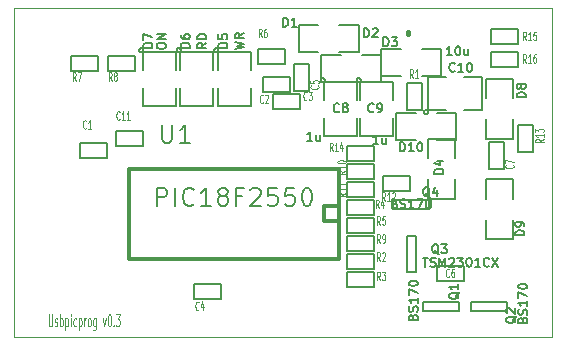
<source format=gto>
G04 (created by PCBNEW-RS274X (20100308 SVN-R2437)-RC5) date Tue 09 Mar 2010 02:31:33 PM CET*
G01*
G70*
G90*
%MOIN*%
G04 Gerber Fmt 3.4, Leading zero omitted, Abs format*
%FSLAX34Y34*%
G04 APERTURE LIST*
%ADD10C,0.006000*%
%ADD11C,0.001000*%
%ADD12C,0.003300*%
%ADD13C,0.015000*%
%ADD14C,0.005000*%
%ADD15C,0.012000*%
%ADD16C,0.003000*%
G04 APERTURE END LIST*
G54D10*
G54D11*
X16650Y-21650D02*
X34600Y-21650D01*
X16650Y-32600D02*
X16650Y-21650D01*
X34600Y-32600D02*
X16650Y-32600D01*
X34600Y-21650D02*
X34600Y-32600D01*
G54D12*
X17825Y-31862D02*
X17825Y-32186D01*
X17834Y-32224D01*
X17844Y-32243D01*
X17863Y-32262D01*
X17901Y-32262D01*
X17920Y-32243D01*
X17929Y-32224D01*
X17939Y-32186D01*
X17939Y-31862D01*
X18025Y-32243D02*
X18044Y-32262D01*
X18082Y-32262D01*
X18101Y-32243D01*
X18111Y-32205D01*
X18111Y-32186D01*
X18101Y-32148D01*
X18082Y-32129D01*
X18054Y-32129D01*
X18035Y-32110D01*
X18025Y-32071D01*
X18025Y-32052D01*
X18035Y-32014D01*
X18054Y-31995D01*
X18082Y-31995D01*
X18101Y-32014D01*
X18197Y-32262D02*
X18197Y-31862D01*
X18197Y-32014D02*
X18216Y-31995D01*
X18254Y-31995D01*
X18273Y-32014D01*
X18282Y-32033D01*
X18292Y-32071D01*
X18292Y-32186D01*
X18282Y-32224D01*
X18273Y-32243D01*
X18254Y-32262D01*
X18216Y-32262D01*
X18197Y-32243D01*
X18378Y-31995D02*
X18378Y-32395D01*
X18378Y-32014D02*
X18397Y-31995D01*
X18435Y-31995D01*
X18454Y-32014D01*
X18463Y-32033D01*
X18473Y-32071D01*
X18473Y-32186D01*
X18463Y-32224D01*
X18454Y-32243D01*
X18435Y-32262D01*
X18397Y-32262D01*
X18378Y-32243D01*
X18559Y-32262D02*
X18559Y-31995D01*
X18559Y-31862D02*
X18549Y-31881D01*
X18559Y-31900D01*
X18568Y-31881D01*
X18559Y-31862D01*
X18559Y-31900D01*
X18739Y-32243D02*
X18720Y-32262D01*
X18682Y-32262D01*
X18663Y-32243D01*
X18654Y-32224D01*
X18644Y-32186D01*
X18644Y-32071D01*
X18654Y-32033D01*
X18663Y-32014D01*
X18682Y-31995D01*
X18720Y-31995D01*
X18739Y-32014D01*
X18825Y-31995D02*
X18825Y-32395D01*
X18825Y-32014D02*
X18844Y-31995D01*
X18882Y-31995D01*
X18901Y-32014D01*
X18910Y-32033D01*
X18920Y-32071D01*
X18920Y-32186D01*
X18910Y-32224D01*
X18901Y-32243D01*
X18882Y-32262D01*
X18844Y-32262D01*
X18825Y-32243D01*
X19006Y-32262D02*
X19006Y-31995D01*
X19006Y-32071D02*
X19015Y-32033D01*
X19025Y-32014D01*
X19044Y-31995D01*
X19063Y-31995D01*
X19158Y-32262D02*
X19139Y-32243D01*
X19130Y-32224D01*
X19120Y-32186D01*
X19120Y-32071D01*
X19130Y-32033D01*
X19139Y-32014D01*
X19158Y-31995D01*
X19187Y-31995D01*
X19206Y-32014D01*
X19215Y-32033D01*
X19225Y-32071D01*
X19225Y-32186D01*
X19215Y-32224D01*
X19206Y-32243D01*
X19187Y-32262D01*
X19158Y-32262D01*
X19396Y-31995D02*
X19396Y-32319D01*
X19387Y-32357D01*
X19377Y-32376D01*
X19358Y-32395D01*
X19330Y-32395D01*
X19311Y-32376D01*
X19396Y-32243D02*
X19377Y-32262D01*
X19339Y-32262D01*
X19320Y-32243D01*
X19311Y-32224D01*
X19301Y-32186D01*
X19301Y-32071D01*
X19311Y-32033D01*
X19320Y-32014D01*
X19339Y-31995D01*
X19377Y-31995D01*
X19396Y-32014D01*
X19625Y-31995D02*
X19672Y-32262D01*
X19720Y-31995D01*
X19834Y-31862D02*
X19853Y-31862D01*
X19872Y-31881D01*
X19881Y-31900D01*
X19891Y-31938D01*
X19900Y-32014D01*
X19900Y-32110D01*
X19891Y-32186D01*
X19881Y-32224D01*
X19872Y-32243D01*
X19853Y-32262D01*
X19834Y-32262D01*
X19815Y-32243D01*
X19805Y-32224D01*
X19796Y-32186D01*
X19786Y-32110D01*
X19786Y-32014D01*
X19796Y-31938D01*
X19805Y-31900D01*
X19815Y-31881D01*
X19834Y-31862D01*
X19986Y-32224D02*
X19995Y-32243D01*
X19986Y-32262D01*
X19976Y-32243D01*
X19986Y-32224D01*
X19986Y-32262D01*
X20062Y-31862D02*
X20185Y-31862D01*
X20119Y-32014D01*
X20147Y-32014D01*
X20166Y-32033D01*
X20176Y-32052D01*
X20185Y-32090D01*
X20185Y-32186D01*
X20176Y-32224D01*
X20166Y-32243D01*
X20147Y-32262D01*
X20090Y-32262D01*
X20071Y-32243D01*
X20062Y-32224D01*
G54D13*
X29800Y-22450D02*
X29800Y-22500D01*
G54D14*
X23550Y-31350D02*
X22650Y-31350D01*
X22650Y-31350D02*
X22650Y-30850D01*
X22650Y-30850D02*
X23550Y-30850D01*
X23550Y-30850D02*
X23550Y-31350D01*
X27750Y-29850D02*
X28650Y-29850D01*
X28650Y-29850D02*
X28650Y-30350D01*
X28650Y-30350D02*
X27750Y-30350D01*
X27750Y-30350D02*
X27750Y-29850D01*
X27750Y-30450D02*
X28650Y-30450D01*
X28650Y-30450D02*
X28650Y-30950D01*
X28650Y-30950D02*
X27750Y-30950D01*
X27750Y-30950D02*
X27750Y-30450D01*
X28650Y-28550D02*
X27750Y-28550D01*
X27750Y-28550D02*
X27750Y-28050D01*
X27750Y-28050D02*
X28650Y-28050D01*
X28650Y-28050D02*
X28650Y-28550D01*
X28650Y-29150D02*
X27750Y-29150D01*
X27750Y-29150D02*
X27750Y-28650D01*
X27750Y-28650D02*
X28650Y-28650D01*
X28650Y-28650D02*
X28650Y-29150D01*
X29750Y-25050D02*
X29750Y-24150D01*
X29750Y-24150D02*
X30250Y-24150D01*
X30250Y-24150D02*
X30250Y-25050D01*
X30250Y-25050D02*
X29750Y-25050D01*
X20700Y-23750D02*
X19800Y-23750D01*
X19800Y-23750D02*
X19800Y-23250D01*
X19800Y-23250D02*
X20700Y-23250D01*
X20700Y-23250D02*
X20700Y-23750D01*
X19450Y-23750D02*
X18550Y-23750D01*
X18550Y-23750D02*
X18550Y-23250D01*
X18550Y-23250D02*
X19450Y-23250D01*
X19450Y-23250D02*
X19450Y-23750D01*
X25700Y-23500D02*
X24800Y-23500D01*
X24800Y-23500D02*
X24800Y-23000D01*
X24800Y-23000D02*
X25700Y-23000D01*
X25700Y-23000D02*
X25700Y-23500D01*
X25300Y-24500D02*
X26200Y-24500D01*
X26200Y-24500D02*
X26200Y-25000D01*
X26200Y-25000D02*
X25300Y-25000D01*
X25300Y-25000D02*
X25300Y-24500D01*
X24950Y-23950D02*
X25850Y-23950D01*
X25850Y-23950D02*
X25850Y-24450D01*
X25850Y-24450D02*
X24950Y-24450D01*
X24950Y-24450D02*
X24950Y-23950D01*
X30750Y-30250D02*
X31650Y-30250D01*
X31650Y-30250D02*
X31650Y-30750D01*
X31650Y-30750D02*
X30750Y-30750D01*
X30750Y-30750D02*
X30750Y-30250D01*
X26500Y-23500D02*
X26500Y-24400D01*
X26500Y-24400D02*
X26000Y-24400D01*
X26000Y-24400D02*
X26000Y-23500D01*
X26000Y-23500D02*
X26500Y-23500D01*
X32500Y-27000D02*
X32500Y-26100D01*
X32500Y-26100D02*
X33000Y-26100D01*
X33000Y-26100D02*
X33000Y-27000D01*
X33000Y-27000D02*
X32500Y-27000D01*
X19750Y-26650D02*
X18850Y-26650D01*
X18850Y-26650D02*
X18850Y-26150D01*
X18850Y-26150D02*
X19750Y-26150D01*
X19750Y-26150D02*
X19750Y-26650D01*
X20970Y-23050D02*
X20968Y-23063D01*
X20964Y-23076D01*
X20958Y-23088D01*
X20949Y-23099D01*
X20939Y-23108D01*
X20927Y-23114D01*
X20914Y-23118D01*
X20900Y-23119D01*
X20887Y-23118D01*
X20874Y-23114D01*
X20862Y-23108D01*
X20852Y-23100D01*
X20843Y-23089D01*
X20836Y-23077D01*
X20832Y-23064D01*
X20831Y-23050D01*
X20832Y-23038D01*
X20835Y-23025D01*
X20842Y-23013D01*
X20850Y-23002D01*
X20861Y-22993D01*
X20872Y-22986D01*
X20885Y-22982D01*
X20899Y-22981D01*
X20912Y-22982D01*
X20925Y-22985D01*
X20937Y-22991D01*
X20948Y-23000D01*
X20957Y-23010D01*
X20963Y-23022D01*
X20968Y-23035D01*
X20969Y-23049D01*
X20970Y-23050D01*
X22050Y-23700D02*
X22050Y-23100D01*
X22050Y-23100D02*
X20950Y-23100D01*
X20950Y-23100D02*
X20950Y-23700D01*
X20950Y-24300D02*
X20950Y-24900D01*
X20950Y-24900D02*
X22050Y-24900D01*
X22050Y-24900D02*
X22050Y-24300D01*
X28220Y-24050D02*
X28218Y-24063D01*
X28214Y-24076D01*
X28208Y-24088D01*
X28199Y-24099D01*
X28189Y-24108D01*
X28177Y-24114D01*
X28164Y-24118D01*
X28150Y-24119D01*
X28137Y-24118D01*
X28124Y-24114D01*
X28112Y-24108D01*
X28102Y-24100D01*
X28093Y-24089D01*
X28086Y-24077D01*
X28082Y-24064D01*
X28081Y-24050D01*
X28082Y-24038D01*
X28085Y-24025D01*
X28092Y-24013D01*
X28100Y-24002D01*
X28111Y-23993D01*
X28122Y-23986D01*
X28135Y-23982D01*
X28149Y-23981D01*
X28162Y-23982D01*
X28175Y-23985D01*
X28187Y-23991D01*
X28198Y-24000D01*
X28207Y-24010D01*
X28213Y-24022D01*
X28218Y-24035D01*
X28219Y-24049D01*
X28220Y-24050D01*
X29300Y-24700D02*
X29300Y-24100D01*
X29300Y-24100D02*
X28200Y-24100D01*
X28200Y-24100D02*
X28200Y-24700D01*
X28200Y-25300D02*
X28200Y-25900D01*
X28200Y-25900D02*
X29300Y-25900D01*
X29300Y-25900D02*
X29300Y-25300D01*
X27020Y-24050D02*
X27018Y-24063D01*
X27014Y-24076D01*
X27008Y-24088D01*
X26999Y-24099D01*
X26989Y-24108D01*
X26977Y-24114D01*
X26964Y-24118D01*
X26950Y-24119D01*
X26937Y-24118D01*
X26924Y-24114D01*
X26912Y-24108D01*
X26902Y-24100D01*
X26893Y-24089D01*
X26886Y-24077D01*
X26882Y-24064D01*
X26881Y-24050D01*
X26882Y-24038D01*
X26885Y-24025D01*
X26892Y-24013D01*
X26900Y-24002D01*
X26911Y-23993D01*
X26922Y-23986D01*
X26935Y-23982D01*
X26949Y-23981D01*
X26962Y-23982D01*
X26975Y-23985D01*
X26987Y-23991D01*
X26998Y-24000D01*
X27007Y-24010D01*
X27013Y-24022D01*
X27018Y-24035D01*
X27019Y-24049D01*
X27020Y-24050D01*
X28100Y-24700D02*
X28100Y-24100D01*
X28100Y-24100D02*
X27000Y-24100D01*
X27000Y-24100D02*
X27000Y-24700D01*
X27000Y-25300D02*
X27000Y-25900D01*
X27000Y-25900D02*
X28100Y-25900D01*
X28100Y-25900D02*
X28100Y-25300D01*
X30470Y-25100D02*
X30468Y-25113D01*
X30464Y-25126D01*
X30458Y-25138D01*
X30449Y-25149D01*
X30439Y-25158D01*
X30427Y-25164D01*
X30414Y-25168D01*
X30400Y-25169D01*
X30387Y-25168D01*
X30374Y-25164D01*
X30362Y-25158D01*
X30352Y-25150D01*
X30343Y-25139D01*
X30336Y-25127D01*
X30332Y-25114D01*
X30331Y-25100D01*
X30332Y-25088D01*
X30335Y-25075D01*
X30342Y-25063D01*
X30350Y-25052D01*
X30361Y-25043D01*
X30372Y-25036D01*
X30385Y-25032D01*
X30399Y-25031D01*
X30412Y-25032D01*
X30425Y-25035D01*
X30437Y-25041D01*
X30448Y-25050D01*
X30457Y-25060D01*
X30463Y-25072D01*
X30468Y-25085D01*
X30469Y-25099D01*
X30470Y-25100D01*
X31050Y-23950D02*
X30450Y-23950D01*
X30450Y-23950D02*
X30450Y-25050D01*
X30450Y-25050D02*
X31050Y-25050D01*
X31650Y-25050D02*
X32250Y-25050D01*
X32250Y-25050D02*
X32250Y-23950D01*
X32250Y-23950D02*
X31650Y-23950D01*
X22220Y-23050D02*
X22218Y-23063D01*
X22214Y-23076D01*
X22208Y-23088D01*
X22199Y-23099D01*
X22189Y-23108D01*
X22177Y-23114D01*
X22164Y-23118D01*
X22150Y-23119D01*
X22137Y-23118D01*
X22124Y-23114D01*
X22112Y-23108D01*
X22102Y-23100D01*
X22093Y-23089D01*
X22086Y-23077D01*
X22082Y-23064D01*
X22081Y-23050D01*
X22082Y-23038D01*
X22085Y-23025D01*
X22092Y-23013D01*
X22100Y-23002D01*
X22111Y-22993D01*
X22122Y-22986D01*
X22135Y-22982D01*
X22149Y-22981D01*
X22162Y-22982D01*
X22175Y-22985D01*
X22187Y-22991D01*
X22198Y-23000D01*
X22207Y-23010D01*
X22213Y-23022D01*
X22218Y-23035D01*
X22219Y-23049D01*
X22220Y-23050D01*
X23300Y-23700D02*
X23300Y-23100D01*
X23300Y-23100D02*
X22200Y-23100D01*
X22200Y-23100D02*
X22200Y-23700D01*
X22200Y-24300D02*
X22200Y-24900D01*
X22200Y-24900D02*
X23300Y-24900D01*
X23300Y-24900D02*
X23300Y-24300D01*
X23470Y-23050D02*
X23468Y-23063D01*
X23464Y-23076D01*
X23458Y-23088D01*
X23449Y-23099D01*
X23439Y-23108D01*
X23427Y-23114D01*
X23414Y-23118D01*
X23400Y-23119D01*
X23387Y-23118D01*
X23374Y-23114D01*
X23362Y-23108D01*
X23352Y-23100D01*
X23343Y-23089D01*
X23336Y-23077D01*
X23332Y-23064D01*
X23331Y-23050D01*
X23332Y-23038D01*
X23335Y-23025D01*
X23342Y-23013D01*
X23350Y-23002D01*
X23361Y-22993D01*
X23372Y-22986D01*
X23385Y-22982D01*
X23399Y-22981D01*
X23412Y-22982D01*
X23425Y-22985D01*
X23437Y-22991D01*
X23448Y-23000D01*
X23457Y-23010D01*
X23463Y-23022D01*
X23468Y-23035D01*
X23469Y-23049D01*
X23470Y-23050D01*
X24550Y-23700D02*
X24550Y-23100D01*
X24550Y-23100D02*
X23450Y-23100D01*
X23450Y-23100D02*
X23450Y-23700D01*
X23450Y-24300D02*
X23450Y-24900D01*
X23450Y-24900D02*
X24550Y-24900D01*
X24550Y-24900D02*
X24550Y-24300D01*
G54D15*
X20500Y-29500D02*
X20500Y-27000D01*
X20500Y-27000D02*
X27500Y-27000D01*
X27500Y-27000D02*
X27500Y-30000D01*
X27500Y-30000D02*
X20500Y-30000D01*
X20500Y-30000D02*
X20500Y-29500D01*
X27500Y-28750D02*
X27000Y-28750D01*
X27000Y-28750D02*
X27000Y-28250D01*
X27000Y-28250D02*
X27500Y-28250D01*
G54D14*
X31500Y-31750D02*
X30300Y-31750D01*
X30300Y-31750D02*
X30300Y-31450D01*
X30300Y-31450D02*
X31500Y-31450D01*
X31500Y-31450D02*
X31500Y-31750D01*
X33100Y-31750D02*
X31900Y-31750D01*
X31900Y-31750D02*
X31900Y-31450D01*
X31900Y-31450D02*
X33100Y-31450D01*
X33100Y-31450D02*
X33100Y-31750D01*
X20050Y-25750D02*
X20950Y-25750D01*
X20950Y-25750D02*
X20950Y-26250D01*
X20950Y-26250D02*
X20050Y-26250D01*
X20050Y-26250D02*
X20050Y-25750D01*
X32400Y-29350D02*
X33300Y-29350D01*
X33300Y-29350D02*
X33300Y-28700D01*
X32400Y-28000D02*
X32400Y-27350D01*
X32400Y-27350D02*
X33300Y-27350D01*
X33300Y-27350D02*
X33300Y-28000D01*
X32400Y-28700D02*
X32400Y-29350D01*
X29750Y-30450D02*
X29750Y-29250D01*
X29750Y-29250D02*
X30050Y-29250D01*
X30050Y-29250D02*
X30050Y-30450D01*
X30050Y-30450D02*
X29750Y-30450D01*
X28900Y-23000D02*
X28900Y-23900D01*
X28900Y-23900D02*
X29550Y-23900D01*
X30250Y-23000D02*
X30900Y-23000D01*
X30900Y-23000D02*
X30900Y-23900D01*
X30900Y-23900D02*
X30250Y-23900D01*
X29550Y-23000D02*
X28900Y-23000D01*
X26900Y-23200D02*
X26900Y-24100D01*
X26900Y-24100D02*
X27550Y-24100D01*
X28250Y-23200D02*
X28900Y-23200D01*
X28900Y-23200D02*
X28900Y-24100D01*
X28900Y-24100D02*
X28250Y-24100D01*
X27550Y-23200D02*
X26900Y-23200D01*
X26150Y-22200D02*
X26150Y-23100D01*
X26150Y-23100D02*
X26800Y-23100D01*
X27500Y-22200D02*
X28150Y-22200D01*
X28150Y-22200D02*
X28150Y-23100D01*
X28150Y-23100D02*
X27500Y-23100D01*
X26800Y-22200D02*
X26150Y-22200D01*
X30450Y-28000D02*
X31350Y-28000D01*
X31350Y-28000D02*
X31350Y-27350D01*
X30450Y-26650D02*
X30450Y-26000D01*
X30450Y-26000D02*
X31350Y-26000D01*
X31350Y-26000D02*
X31350Y-26650D01*
X30450Y-27350D02*
X30450Y-28000D01*
X33300Y-24000D02*
X32400Y-24000D01*
X32400Y-24000D02*
X32400Y-24650D01*
X33300Y-25350D02*
X33300Y-26000D01*
X33300Y-26000D02*
X32400Y-26000D01*
X32400Y-26000D02*
X32400Y-25350D01*
X33300Y-24650D02*
X33300Y-24000D01*
X27750Y-26850D02*
X28650Y-26850D01*
X28650Y-26850D02*
X28650Y-27350D01*
X28650Y-27350D02*
X27750Y-27350D01*
X27750Y-27350D02*
X27750Y-26850D01*
X27750Y-29250D02*
X28650Y-29250D01*
X28650Y-29250D02*
X28650Y-29750D01*
X28650Y-29750D02*
X27750Y-29750D01*
X27750Y-29750D02*
X27750Y-29250D01*
X27750Y-27450D02*
X28650Y-27450D01*
X28650Y-27450D02*
X28650Y-27950D01*
X28650Y-27950D02*
X27750Y-27950D01*
X27750Y-27950D02*
X27750Y-27450D01*
X27750Y-26250D02*
X28650Y-26250D01*
X28650Y-26250D02*
X28650Y-26750D01*
X28650Y-26750D02*
X27750Y-26750D01*
X27750Y-26750D02*
X27750Y-26250D01*
X33450Y-26450D02*
X33450Y-25550D01*
X33450Y-25550D02*
X33950Y-25550D01*
X33950Y-25550D02*
X33950Y-26450D01*
X33950Y-26450D02*
X33450Y-26450D01*
X28950Y-27250D02*
X29850Y-27250D01*
X29850Y-27250D02*
X29850Y-27750D01*
X29850Y-27750D02*
X28950Y-27750D01*
X28950Y-27750D02*
X28950Y-27250D01*
X30500Y-28350D02*
X29300Y-28350D01*
X29300Y-28350D02*
X29300Y-28050D01*
X29300Y-28050D02*
X30500Y-28050D01*
X30500Y-28050D02*
X30500Y-28350D01*
X33450Y-23600D02*
X32550Y-23600D01*
X32550Y-23600D02*
X32550Y-23100D01*
X32550Y-23100D02*
X33450Y-23100D01*
X33450Y-23100D02*
X33450Y-23600D01*
X32550Y-22350D02*
X33450Y-22350D01*
X33450Y-22350D02*
X33450Y-22850D01*
X33450Y-22850D02*
X32550Y-22850D01*
X32550Y-22850D02*
X32550Y-22350D01*
X29400Y-25150D02*
X29400Y-26050D01*
X29400Y-26050D02*
X30050Y-26050D01*
X30750Y-25150D02*
X31400Y-25150D01*
X31400Y-25150D02*
X31400Y-26050D01*
X31400Y-26050D02*
X30750Y-26050D01*
X30050Y-25150D02*
X29400Y-25150D01*
G54D16*
X22821Y-31687D02*
X22812Y-31700D01*
X22786Y-31713D01*
X22769Y-31713D01*
X22744Y-31700D01*
X22726Y-31673D01*
X22718Y-31647D01*
X22709Y-31593D01*
X22709Y-31553D01*
X22718Y-31500D01*
X22726Y-31473D01*
X22744Y-31447D01*
X22769Y-31433D01*
X22786Y-31433D01*
X22812Y-31447D01*
X22821Y-31460D01*
X22975Y-31527D02*
X22975Y-31713D01*
X22932Y-31420D02*
X22889Y-31620D01*
X23001Y-31620D01*
X28871Y-30063D02*
X28811Y-29930D01*
X28768Y-30063D02*
X28768Y-29783D01*
X28836Y-29783D01*
X28854Y-29797D01*
X28862Y-29810D01*
X28871Y-29837D01*
X28871Y-29877D01*
X28862Y-29903D01*
X28854Y-29917D01*
X28836Y-29930D01*
X28768Y-29930D01*
X28939Y-29810D02*
X28948Y-29797D01*
X28965Y-29783D01*
X29008Y-29783D01*
X29025Y-29797D01*
X29034Y-29810D01*
X29042Y-29837D01*
X29042Y-29863D01*
X29034Y-29903D01*
X28931Y-30063D01*
X29042Y-30063D01*
X28871Y-30713D02*
X28811Y-30580D01*
X28768Y-30713D02*
X28768Y-30433D01*
X28836Y-30433D01*
X28854Y-30447D01*
X28862Y-30460D01*
X28871Y-30487D01*
X28871Y-30527D01*
X28862Y-30553D01*
X28854Y-30567D01*
X28836Y-30580D01*
X28768Y-30580D01*
X28931Y-30433D02*
X29042Y-30433D01*
X28982Y-30540D01*
X29008Y-30540D01*
X29025Y-30553D01*
X29034Y-30567D01*
X29042Y-30593D01*
X29042Y-30660D01*
X29034Y-30687D01*
X29025Y-30700D01*
X29008Y-30713D01*
X28956Y-30713D01*
X28939Y-30700D01*
X28931Y-30687D01*
X28821Y-28313D02*
X28761Y-28180D01*
X28718Y-28313D02*
X28718Y-28033D01*
X28786Y-28033D01*
X28804Y-28047D01*
X28812Y-28060D01*
X28821Y-28087D01*
X28821Y-28127D01*
X28812Y-28153D01*
X28804Y-28167D01*
X28786Y-28180D01*
X28718Y-28180D01*
X28975Y-28127D02*
X28975Y-28313D01*
X28932Y-28020D02*
X28889Y-28220D01*
X29001Y-28220D01*
X28871Y-28863D02*
X28811Y-28730D01*
X28768Y-28863D02*
X28768Y-28583D01*
X28836Y-28583D01*
X28854Y-28597D01*
X28862Y-28610D01*
X28871Y-28637D01*
X28871Y-28677D01*
X28862Y-28703D01*
X28854Y-28717D01*
X28836Y-28730D01*
X28768Y-28730D01*
X29034Y-28583D02*
X28948Y-28583D01*
X28939Y-28717D01*
X28948Y-28703D01*
X28965Y-28690D01*
X29008Y-28690D01*
X29025Y-28703D01*
X29034Y-28717D01*
X29042Y-28743D01*
X29042Y-28810D01*
X29034Y-28837D01*
X29025Y-28850D01*
X29008Y-28863D01*
X28965Y-28863D01*
X28948Y-28850D01*
X28939Y-28837D01*
X29971Y-23963D02*
X29911Y-23830D01*
X29868Y-23963D02*
X29868Y-23683D01*
X29936Y-23683D01*
X29954Y-23697D01*
X29962Y-23710D01*
X29971Y-23737D01*
X29971Y-23777D01*
X29962Y-23803D01*
X29954Y-23817D01*
X29936Y-23830D01*
X29868Y-23830D01*
X30142Y-23963D02*
X30039Y-23963D01*
X30091Y-23963D02*
X30091Y-23683D01*
X30074Y-23723D01*
X30056Y-23750D01*
X30039Y-23763D01*
X19921Y-24063D02*
X19861Y-23930D01*
X19818Y-24063D02*
X19818Y-23783D01*
X19886Y-23783D01*
X19904Y-23797D01*
X19912Y-23810D01*
X19921Y-23837D01*
X19921Y-23877D01*
X19912Y-23903D01*
X19904Y-23917D01*
X19886Y-23930D01*
X19818Y-23930D01*
X20024Y-23903D02*
X20006Y-23890D01*
X19998Y-23877D01*
X19989Y-23850D01*
X19989Y-23837D01*
X19998Y-23810D01*
X20006Y-23797D01*
X20024Y-23783D01*
X20058Y-23783D01*
X20075Y-23797D01*
X20084Y-23810D01*
X20092Y-23837D01*
X20092Y-23850D01*
X20084Y-23877D01*
X20075Y-23890D01*
X20058Y-23903D01*
X20024Y-23903D01*
X20006Y-23917D01*
X19998Y-23930D01*
X19989Y-23957D01*
X19989Y-24010D01*
X19998Y-24037D01*
X20006Y-24050D01*
X20024Y-24063D01*
X20058Y-24063D01*
X20075Y-24050D01*
X20084Y-24037D01*
X20092Y-24010D01*
X20092Y-23957D01*
X20084Y-23930D01*
X20075Y-23917D01*
X20058Y-23903D01*
X18721Y-24063D02*
X18661Y-23930D01*
X18618Y-24063D02*
X18618Y-23783D01*
X18686Y-23783D01*
X18704Y-23797D01*
X18712Y-23810D01*
X18721Y-23837D01*
X18721Y-23877D01*
X18712Y-23903D01*
X18704Y-23917D01*
X18686Y-23930D01*
X18618Y-23930D01*
X18781Y-23783D02*
X18901Y-23783D01*
X18824Y-24063D01*
X24921Y-22613D02*
X24861Y-22480D01*
X24818Y-22613D02*
X24818Y-22333D01*
X24886Y-22333D01*
X24904Y-22347D01*
X24912Y-22360D01*
X24921Y-22387D01*
X24921Y-22427D01*
X24912Y-22453D01*
X24904Y-22467D01*
X24886Y-22480D01*
X24818Y-22480D01*
X25075Y-22333D02*
X25041Y-22333D01*
X25024Y-22347D01*
X25015Y-22360D01*
X24998Y-22400D01*
X24989Y-22453D01*
X24989Y-22560D01*
X24998Y-22587D01*
X25006Y-22600D01*
X25024Y-22613D01*
X25058Y-22613D01*
X25075Y-22600D01*
X25084Y-22587D01*
X25092Y-22560D01*
X25092Y-22493D01*
X25084Y-22467D01*
X25075Y-22453D01*
X25058Y-22440D01*
X25024Y-22440D01*
X25006Y-22453D01*
X24998Y-22467D01*
X24989Y-22493D01*
X26421Y-24687D02*
X26412Y-24700D01*
X26386Y-24713D01*
X26369Y-24713D01*
X26344Y-24700D01*
X26326Y-24673D01*
X26318Y-24647D01*
X26309Y-24593D01*
X26309Y-24553D01*
X26318Y-24500D01*
X26326Y-24473D01*
X26344Y-24447D01*
X26369Y-24433D01*
X26386Y-24433D01*
X26412Y-24447D01*
X26421Y-24460D01*
X26481Y-24433D02*
X26592Y-24433D01*
X26532Y-24540D01*
X26558Y-24540D01*
X26575Y-24553D01*
X26584Y-24567D01*
X26592Y-24593D01*
X26592Y-24660D01*
X26584Y-24687D01*
X26575Y-24700D01*
X26558Y-24713D01*
X26506Y-24713D01*
X26489Y-24700D01*
X26481Y-24687D01*
X24971Y-24787D02*
X24962Y-24800D01*
X24936Y-24813D01*
X24919Y-24813D01*
X24894Y-24800D01*
X24876Y-24773D01*
X24868Y-24747D01*
X24859Y-24693D01*
X24859Y-24653D01*
X24868Y-24600D01*
X24876Y-24573D01*
X24894Y-24547D01*
X24919Y-24533D01*
X24936Y-24533D01*
X24962Y-24547D01*
X24971Y-24560D01*
X25039Y-24560D02*
X25048Y-24547D01*
X25065Y-24533D01*
X25108Y-24533D01*
X25125Y-24547D01*
X25134Y-24560D01*
X25142Y-24587D01*
X25142Y-24613D01*
X25134Y-24653D01*
X25031Y-24813D01*
X25142Y-24813D01*
X31171Y-30587D02*
X31162Y-30600D01*
X31136Y-30613D01*
X31119Y-30613D01*
X31094Y-30600D01*
X31076Y-30573D01*
X31068Y-30547D01*
X31059Y-30493D01*
X31059Y-30453D01*
X31068Y-30400D01*
X31076Y-30373D01*
X31094Y-30347D01*
X31119Y-30333D01*
X31136Y-30333D01*
X31162Y-30347D01*
X31171Y-30360D01*
X31325Y-30333D02*
X31291Y-30333D01*
X31274Y-30347D01*
X31265Y-30360D01*
X31248Y-30400D01*
X31239Y-30453D01*
X31239Y-30560D01*
X31248Y-30587D01*
X31256Y-30600D01*
X31274Y-30613D01*
X31308Y-30613D01*
X31325Y-30600D01*
X31334Y-30587D01*
X31342Y-30560D01*
X31342Y-30493D01*
X31334Y-30467D01*
X31325Y-30453D01*
X31308Y-30440D01*
X31274Y-30440D01*
X31256Y-30453D01*
X31248Y-30467D01*
X31239Y-30493D01*
X26787Y-24229D02*
X26800Y-24238D01*
X26813Y-24264D01*
X26813Y-24281D01*
X26800Y-24306D01*
X26773Y-24324D01*
X26747Y-24332D01*
X26693Y-24341D01*
X26653Y-24341D01*
X26600Y-24332D01*
X26573Y-24324D01*
X26547Y-24306D01*
X26533Y-24281D01*
X26533Y-24264D01*
X26547Y-24238D01*
X26560Y-24229D01*
X26533Y-24066D02*
X26533Y-24152D01*
X26667Y-24161D01*
X26653Y-24152D01*
X26640Y-24135D01*
X26640Y-24092D01*
X26653Y-24075D01*
X26667Y-24066D01*
X26693Y-24058D01*
X26760Y-24058D01*
X26787Y-24066D01*
X26800Y-24075D01*
X26813Y-24092D01*
X26813Y-24135D01*
X26800Y-24152D01*
X26787Y-24161D01*
X33287Y-26879D02*
X33300Y-26888D01*
X33313Y-26914D01*
X33313Y-26931D01*
X33300Y-26956D01*
X33273Y-26974D01*
X33247Y-26982D01*
X33193Y-26991D01*
X33153Y-26991D01*
X33100Y-26982D01*
X33073Y-26974D01*
X33047Y-26956D01*
X33033Y-26931D01*
X33033Y-26914D01*
X33047Y-26888D01*
X33060Y-26879D01*
X33033Y-26819D02*
X33033Y-26699D01*
X33313Y-26776D01*
X19071Y-25637D02*
X19062Y-25650D01*
X19036Y-25663D01*
X19019Y-25663D01*
X18994Y-25650D01*
X18976Y-25623D01*
X18968Y-25597D01*
X18959Y-25543D01*
X18959Y-25503D01*
X18968Y-25450D01*
X18976Y-25423D01*
X18994Y-25397D01*
X19019Y-25383D01*
X19036Y-25383D01*
X19062Y-25397D01*
X19071Y-25410D01*
X19242Y-25663D02*
X19139Y-25663D01*
X19191Y-25663D02*
X19191Y-25383D01*
X19174Y-25423D01*
X19156Y-25450D01*
X19139Y-25463D01*
G54D14*
X21271Y-22972D02*
X20971Y-22972D01*
X20971Y-22900D01*
X20986Y-22857D01*
X21014Y-22829D01*
X21043Y-22814D01*
X21100Y-22800D01*
X21143Y-22800D01*
X21200Y-22814D01*
X21229Y-22829D01*
X21257Y-22857D01*
X21271Y-22900D01*
X21271Y-22972D01*
X20971Y-22700D02*
X20971Y-22500D01*
X21271Y-22629D01*
X21421Y-22935D02*
X21421Y-22878D01*
X21436Y-22850D01*
X21464Y-22821D01*
X21521Y-22807D01*
X21621Y-22807D01*
X21679Y-22821D01*
X21707Y-22850D01*
X21721Y-22878D01*
X21721Y-22935D01*
X21707Y-22964D01*
X21679Y-22993D01*
X21621Y-23007D01*
X21521Y-23007D01*
X21464Y-22993D01*
X21436Y-22964D01*
X21421Y-22935D01*
X21721Y-22679D02*
X21421Y-22679D01*
X21721Y-22507D01*
X21421Y-22507D01*
X28650Y-25093D02*
X28636Y-25107D01*
X28593Y-25121D01*
X28564Y-25121D01*
X28521Y-25107D01*
X28493Y-25079D01*
X28478Y-25050D01*
X28464Y-24993D01*
X28464Y-24950D01*
X28478Y-24893D01*
X28493Y-24864D01*
X28521Y-24836D01*
X28564Y-24821D01*
X28593Y-24821D01*
X28636Y-24836D01*
X28650Y-24850D01*
X28793Y-25121D02*
X28850Y-25121D01*
X28878Y-25107D01*
X28893Y-25093D01*
X28921Y-25050D01*
X28936Y-24993D01*
X28936Y-24879D01*
X28921Y-24850D01*
X28907Y-24836D01*
X28878Y-24821D01*
X28821Y-24821D01*
X28793Y-24836D01*
X28778Y-24850D01*
X28764Y-24879D01*
X28764Y-24950D01*
X28778Y-24979D01*
X28793Y-24993D01*
X28821Y-25007D01*
X28878Y-25007D01*
X28907Y-24993D01*
X28921Y-24979D01*
X28936Y-24950D01*
X28801Y-26171D02*
X28629Y-26171D01*
X28715Y-26171D02*
X28715Y-25871D01*
X28686Y-25914D01*
X28658Y-25943D01*
X28629Y-25957D01*
X29058Y-25971D02*
X29058Y-26171D01*
X28929Y-25971D02*
X28929Y-26129D01*
X28944Y-26157D01*
X28972Y-26171D01*
X29015Y-26171D01*
X29044Y-26157D01*
X29058Y-26143D01*
X27500Y-25093D02*
X27486Y-25107D01*
X27443Y-25121D01*
X27414Y-25121D01*
X27371Y-25107D01*
X27343Y-25079D01*
X27328Y-25050D01*
X27314Y-24993D01*
X27314Y-24950D01*
X27328Y-24893D01*
X27343Y-24864D01*
X27371Y-24836D01*
X27414Y-24821D01*
X27443Y-24821D01*
X27486Y-24836D01*
X27500Y-24850D01*
X27671Y-24950D02*
X27643Y-24936D01*
X27628Y-24921D01*
X27614Y-24893D01*
X27614Y-24879D01*
X27628Y-24850D01*
X27643Y-24836D01*
X27671Y-24821D01*
X27728Y-24821D01*
X27757Y-24836D01*
X27771Y-24850D01*
X27786Y-24879D01*
X27786Y-24893D01*
X27771Y-24921D01*
X27757Y-24936D01*
X27728Y-24950D01*
X27671Y-24950D01*
X27643Y-24964D01*
X27628Y-24979D01*
X27614Y-25007D01*
X27614Y-25064D01*
X27628Y-25093D01*
X27643Y-25107D01*
X27671Y-25121D01*
X27728Y-25121D01*
X27757Y-25107D01*
X27771Y-25093D01*
X27786Y-25064D01*
X27786Y-25007D01*
X27771Y-24979D01*
X27757Y-24964D01*
X27728Y-24950D01*
X26601Y-26071D02*
X26429Y-26071D01*
X26515Y-26071D02*
X26515Y-25771D01*
X26486Y-25814D01*
X26458Y-25843D01*
X26429Y-25857D01*
X26858Y-25871D02*
X26858Y-26071D01*
X26729Y-25871D02*
X26729Y-26029D01*
X26744Y-26057D01*
X26772Y-26071D01*
X26815Y-26071D01*
X26844Y-26057D01*
X26858Y-26043D01*
X31357Y-23743D02*
X31343Y-23757D01*
X31300Y-23771D01*
X31271Y-23771D01*
X31228Y-23757D01*
X31200Y-23729D01*
X31185Y-23700D01*
X31171Y-23643D01*
X31171Y-23600D01*
X31185Y-23543D01*
X31200Y-23514D01*
X31228Y-23486D01*
X31271Y-23471D01*
X31300Y-23471D01*
X31343Y-23486D01*
X31357Y-23500D01*
X31643Y-23771D02*
X31471Y-23771D01*
X31557Y-23771D02*
X31557Y-23471D01*
X31528Y-23514D01*
X31500Y-23543D01*
X31471Y-23557D01*
X31829Y-23471D02*
X31857Y-23471D01*
X31886Y-23486D01*
X31900Y-23500D01*
X31914Y-23529D01*
X31929Y-23586D01*
X31929Y-23657D01*
X31914Y-23714D01*
X31900Y-23743D01*
X31886Y-23757D01*
X31857Y-23771D01*
X31829Y-23771D01*
X31800Y-23757D01*
X31786Y-23743D01*
X31771Y-23714D01*
X31757Y-23657D01*
X31757Y-23586D01*
X31771Y-23529D01*
X31786Y-23500D01*
X31800Y-23486D01*
X31829Y-23471D01*
X31258Y-23221D02*
X31086Y-23221D01*
X31172Y-23221D02*
X31172Y-22921D01*
X31143Y-22964D01*
X31115Y-22993D01*
X31086Y-23007D01*
X31444Y-22921D02*
X31472Y-22921D01*
X31501Y-22936D01*
X31515Y-22950D01*
X31529Y-22979D01*
X31544Y-23036D01*
X31544Y-23107D01*
X31529Y-23164D01*
X31515Y-23193D01*
X31501Y-23207D01*
X31472Y-23221D01*
X31444Y-23221D01*
X31415Y-23207D01*
X31401Y-23193D01*
X31386Y-23164D01*
X31372Y-23107D01*
X31372Y-23036D01*
X31386Y-22979D01*
X31401Y-22950D01*
X31415Y-22936D01*
X31444Y-22921D01*
X31801Y-23021D02*
X31801Y-23221D01*
X31672Y-23021D02*
X31672Y-23179D01*
X31687Y-23207D01*
X31715Y-23221D01*
X31758Y-23221D01*
X31787Y-23207D01*
X31801Y-23193D01*
X22521Y-22972D02*
X22221Y-22972D01*
X22221Y-22900D01*
X22236Y-22857D01*
X22264Y-22829D01*
X22293Y-22814D01*
X22350Y-22800D01*
X22393Y-22800D01*
X22450Y-22814D01*
X22479Y-22829D01*
X22507Y-22857D01*
X22521Y-22900D01*
X22521Y-22972D01*
X22221Y-22543D02*
X22221Y-22600D01*
X22236Y-22629D01*
X22250Y-22643D01*
X22293Y-22672D01*
X22350Y-22686D01*
X22464Y-22686D01*
X22493Y-22672D01*
X22507Y-22657D01*
X22521Y-22629D01*
X22521Y-22572D01*
X22507Y-22543D01*
X22493Y-22529D01*
X22464Y-22514D01*
X22393Y-22514D01*
X22364Y-22529D01*
X22350Y-22543D01*
X22336Y-22572D01*
X22336Y-22629D01*
X22350Y-22657D01*
X22364Y-22672D01*
X22393Y-22686D01*
X23071Y-22807D02*
X22929Y-22907D01*
X23071Y-22979D02*
X22771Y-22979D01*
X22771Y-22864D01*
X22786Y-22836D01*
X22800Y-22821D01*
X22829Y-22807D01*
X22871Y-22807D01*
X22900Y-22821D01*
X22914Y-22836D01*
X22929Y-22864D01*
X22929Y-22979D01*
X23071Y-22679D02*
X22771Y-22679D01*
X22771Y-22607D01*
X22786Y-22564D01*
X22814Y-22536D01*
X22843Y-22521D01*
X22900Y-22507D01*
X22943Y-22507D01*
X23000Y-22521D01*
X23029Y-22536D01*
X23057Y-22564D01*
X23071Y-22607D01*
X23071Y-22679D01*
X23771Y-22972D02*
X23471Y-22972D01*
X23471Y-22900D01*
X23486Y-22857D01*
X23514Y-22829D01*
X23543Y-22814D01*
X23600Y-22800D01*
X23643Y-22800D01*
X23700Y-22814D01*
X23729Y-22829D01*
X23757Y-22857D01*
X23771Y-22900D01*
X23771Y-22972D01*
X23471Y-22529D02*
X23471Y-22672D01*
X23614Y-22686D01*
X23600Y-22672D01*
X23586Y-22643D01*
X23586Y-22572D01*
X23600Y-22543D01*
X23614Y-22529D01*
X23643Y-22514D01*
X23714Y-22514D01*
X23743Y-22529D01*
X23757Y-22543D01*
X23771Y-22572D01*
X23771Y-22643D01*
X23757Y-22672D01*
X23743Y-22686D01*
X24021Y-23028D02*
X24321Y-22957D01*
X24107Y-22900D01*
X24321Y-22842D01*
X24021Y-22771D01*
X24321Y-22485D02*
X24179Y-22585D01*
X24321Y-22657D02*
X24021Y-22657D01*
X24021Y-22542D01*
X24036Y-22514D01*
X24050Y-22499D01*
X24079Y-22485D01*
X24121Y-22485D01*
X24150Y-22499D01*
X24164Y-22514D01*
X24179Y-22542D01*
X24179Y-22657D01*
G54D10*
X21593Y-25543D02*
X21593Y-26029D01*
X21621Y-26086D01*
X21650Y-26114D01*
X21707Y-26143D01*
X21821Y-26143D01*
X21879Y-26114D01*
X21907Y-26086D01*
X21936Y-26029D01*
X21936Y-25543D01*
X22536Y-26143D02*
X22193Y-26143D01*
X22365Y-26143D02*
X22365Y-25543D01*
X22308Y-25629D01*
X22250Y-25686D01*
X22193Y-25714D01*
X21430Y-28243D02*
X21430Y-27643D01*
X21658Y-27643D01*
X21716Y-27671D01*
X21744Y-27700D01*
X21773Y-27757D01*
X21773Y-27843D01*
X21744Y-27900D01*
X21716Y-27929D01*
X21658Y-27957D01*
X21430Y-27957D01*
X22030Y-28243D02*
X22030Y-27643D01*
X22659Y-28186D02*
X22630Y-28214D01*
X22544Y-28243D01*
X22487Y-28243D01*
X22402Y-28214D01*
X22344Y-28157D01*
X22316Y-28100D01*
X22287Y-27986D01*
X22287Y-27900D01*
X22316Y-27786D01*
X22344Y-27729D01*
X22402Y-27671D01*
X22487Y-27643D01*
X22544Y-27643D01*
X22630Y-27671D01*
X22659Y-27700D01*
X23230Y-28243D02*
X22887Y-28243D01*
X23059Y-28243D02*
X23059Y-27643D01*
X23002Y-27729D01*
X22944Y-27786D01*
X22887Y-27814D01*
X23573Y-27900D02*
X23515Y-27871D01*
X23487Y-27843D01*
X23458Y-27786D01*
X23458Y-27757D01*
X23487Y-27700D01*
X23515Y-27671D01*
X23573Y-27643D01*
X23687Y-27643D01*
X23744Y-27671D01*
X23773Y-27700D01*
X23801Y-27757D01*
X23801Y-27786D01*
X23773Y-27843D01*
X23744Y-27871D01*
X23687Y-27900D01*
X23573Y-27900D01*
X23515Y-27929D01*
X23487Y-27957D01*
X23458Y-28014D01*
X23458Y-28129D01*
X23487Y-28186D01*
X23515Y-28214D01*
X23573Y-28243D01*
X23687Y-28243D01*
X23744Y-28214D01*
X23773Y-28186D01*
X23801Y-28129D01*
X23801Y-28014D01*
X23773Y-27957D01*
X23744Y-27929D01*
X23687Y-27900D01*
X24258Y-27929D02*
X24058Y-27929D01*
X24058Y-28243D02*
X24058Y-27643D01*
X24344Y-27643D01*
X24543Y-27700D02*
X24572Y-27671D01*
X24629Y-27643D01*
X24772Y-27643D01*
X24829Y-27671D01*
X24858Y-27700D01*
X24886Y-27757D01*
X24886Y-27814D01*
X24858Y-27900D01*
X24515Y-28243D01*
X24886Y-28243D01*
X25429Y-27643D02*
X25143Y-27643D01*
X25114Y-27929D01*
X25143Y-27900D01*
X25200Y-27871D01*
X25343Y-27871D01*
X25400Y-27900D01*
X25429Y-27929D01*
X25457Y-27986D01*
X25457Y-28129D01*
X25429Y-28186D01*
X25400Y-28214D01*
X25343Y-28243D01*
X25200Y-28243D01*
X25143Y-28214D01*
X25114Y-28186D01*
X26000Y-27643D02*
X25714Y-27643D01*
X25685Y-27929D01*
X25714Y-27900D01*
X25771Y-27871D01*
X25914Y-27871D01*
X25971Y-27900D01*
X26000Y-27929D01*
X26028Y-27986D01*
X26028Y-28129D01*
X26000Y-28186D01*
X25971Y-28214D01*
X25914Y-28243D01*
X25771Y-28243D01*
X25714Y-28214D01*
X25685Y-28186D01*
X26399Y-27643D02*
X26456Y-27643D01*
X26513Y-27671D01*
X26542Y-27700D01*
X26571Y-27757D01*
X26599Y-27871D01*
X26599Y-28014D01*
X26571Y-28129D01*
X26542Y-28186D01*
X26513Y-28214D01*
X26456Y-28243D01*
X26399Y-28243D01*
X26342Y-28214D01*
X26313Y-28186D01*
X26285Y-28129D01*
X26256Y-28014D01*
X26256Y-27871D01*
X26285Y-27757D01*
X26313Y-27700D01*
X26342Y-27671D01*
X26399Y-27643D01*
G54D14*
X31500Y-31129D02*
X31486Y-31157D01*
X31457Y-31186D01*
X31414Y-31229D01*
X31400Y-31257D01*
X31400Y-31286D01*
X31471Y-31271D02*
X31457Y-31300D01*
X31429Y-31329D01*
X31371Y-31343D01*
X31271Y-31343D01*
X31214Y-31329D01*
X31186Y-31300D01*
X31171Y-31271D01*
X31171Y-31214D01*
X31186Y-31186D01*
X31214Y-31157D01*
X31271Y-31143D01*
X31371Y-31143D01*
X31429Y-31157D01*
X31457Y-31186D01*
X31471Y-31214D01*
X31471Y-31271D01*
X31471Y-30857D02*
X31471Y-31029D01*
X31471Y-30943D02*
X31171Y-30943D01*
X31214Y-30972D01*
X31243Y-31000D01*
X31257Y-31029D01*
X29964Y-31951D02*
X29979Y-31908D01*
X29993Y-31893D01*
X30021Y-31879D01*
X30064Y-31879D01*
X30093Y-31893D01*
X30107Y-31908D01*
X30121Y-31936D01*
X30121Y-32051D01*
X29821Y-32051D01*
X29821Y-31951D01*
X29836Y-31922D01*
X29850Y-31908D01*
X29879Y-31893D01*
X29907Y-31893D01*
X29936Y-31908D01*
X29950Y-31922D01*
X29964Y-31951D01*
X29964Y-32051D01*
X30107Y-31765D02*
X30121Y-31722D01*
X30121Y-31651D01*
X30107Y-31622D01*
X30093Y-31608D01*
X30064Y-31593D01*
X30036Y-31593D01*
X30007Y-31608D01*
X29993Y-31622D01*
X29979Y-31651D01*
X29964Y-31708D01*
X29950Y-31736D01*
X29936Y-31751D01*
X29907Y-31765D01*
X29879Y-31765D01*
X29850Y-31751D01*
X29836Y-31736D01*
X29821Y-31708D01*
X29821Y-31636D01*
X29836Y-31593D01*
X30121Y-31307D02*
X30121Y-31479D01*
X30121Y-31393D02*
X29821Y-31393D01*
X29864Y-31422D01*
X29893Y-31450D01*
X29907Y-31479D01*
X29821Y-31207D02*
X29821Y-31007D01*
X30121Y-31136D01*
X29821Y-30835D02*
X29821Y-30807D01*
X29836Y-30778D01*
X29850Y-30764D01*
X29879Y-30750D01*
X29936Y-30735D01*
X30007Y-30735D01*
X30064Y-30750D01*
X30093Y-30764D01*
X30107Y-30778D01*
X30121Y-30807D01*
X30121Y-30835D01*
X30107Y-30864D01*
X30093Y-30878D01*
X30064Y-30893D01*
X30007Y-30907D01*
X29936Y-30907D01*
X29879Y-30893D01*
X29850Y-30878D01*
X29836Y-30864D01*
X29821Y-30835D01*
X33400Y-31929D02*
X33386Y-31957D01*
X33357Y-31986D01*
X33314Y-32029D01*
X33300Y-32057D01*
X33300Y-32086D01*
X33371Y-32071D02*
X33357Y-32100D01*
X33329Y-32129D01*
X33271Y-32143D01*
X33171Y-32143D01*
X33114Y-32129D01*
X33086Y-32100D01*
X33071Y-32071D01*
X33071Y-32014D01*
X33086Y-31986D01*
X33114Y-31957D01*
X33171Y-31943D01*
X33271Y-31943D01*
X33329Y-31957D01*
X33357Y-31986D01*
X33371Y-32014D01*
X33371Y-32071D01*
X33100Y-31829D02*
X33086Y-31815D01*
X33071Y-31786D01*
X33071Y-31715D01*
X33086Y-31686D01*
X33100Y-31672D01*
X33129Y-31657D01*
X33157Y-31657D01*
X33200Y-31672D01*
X33371Y-31843D01*
X33371Y-31657D01*
X33614Y-32051D02*
X33629Y-32008D01*
X33643Y-31993D01*
X33671Y-31979D01*
X33714Y-31979D01*
X33743Y-31993D01*
X33757Y-32008D01*
X33771Y-32036D01*
X33771Y-32151D01*
X33471Y-32151D01*
X33471Y-32051D01*
X33486Y-32022D01*
X33500Y-32008D01*
X33529Y-31993D01*
X33557Y-31993D01*
X33586Y-32008D01*
X33600Y-32022D01*
X33614Y-32051D01*
X33614Y-32151D01*
X33757Y-31865D02*
X33771Y-31822D01*
X33771Y-31751D01*
X33757Y-31722D01*
X33743Y-31708D01*
X33714Y-31693D01*
X33686Y-31693D01*
X33657Y-31708D01*
X33643Y-31722D01*
X33629Y-31751D01*
X33614Y-31808D01*
X33600Y-31836D01*
X33586Y-31851D01*
X33557Y-31865D01*
X33529Y-31865D01*
X33500Y-31851D01*
X33486Y-31836D01*
X33471Y-31808D01*
X33471Y-31736D01*
X33486Y-31693D01*
X33771Y-31407D02*
X33771Y-31579D01*
X33771Y-31493D02*
X33471Y-31493D01*
X33514Y-31522D01*
X33543Y-31550D01*
X33557Y-31579D01*
X33471Y-31307D02*
X33471Y-31107D01*
X33771Y-31236D01*
X33471Y-30935D02*
X33471Y-30907D01*
X33486Y-30878D01*
X33500Y-30864D01*
X33529Y-30850D01*
X33586Y-30835D01*
X33657Y-30835D01*
X33714Y-30850D01*
X33743Y-30864D01*
X33757Y-30878D01*
X33771Y-30907D01*
X33771Y-30935D01*
X33757Y-30964D01*
X33743Y-30978D01*
X33714Y-30993D01*
X33657Y-31007D01*
X33586Y-31007D01*
X33529Y-30993D01*
X33500Y-30978D01*
X33486Y-30964D01*
X33471Y-30935D01*
G54D16*
X20185Y-25337D02*
X20176Y-25350D01*
X20150Y-25363D01*
X20133Y-25363D01*
X20108Y-25350D01*
X20090Y-25323D01*
X20082Y-25297D01*
X20073Y-25243D01*
X20073Y-25203D01*
X20082Y-25150D01*
X20090Y-25123D01*
X20108Y-25097D01*
X20133Y-25083D01*
X20150Y-25083D01*
X20176Y-25097D01*
X20185Y-25110D01*
X20356Y-25363D02*
X20253Y-25363D01*
X20305Y-25363D02*
X20305Y-25083D01*
X20288Y-25123D01*
X20270Y-25150D01*
X20253Y-25163D01*
X20527Y-25363D02*
X20424Y-25363D01*
X20476Y-25363D02*
X20476Y-25083D01*
X20459Y-25123D01*
X20441Y-25150D01*
X20424Y-25163D01*
G54D14*
X33671Y-29222D02*
X33371Y-29222D01*
X33371Y-29150D01*
X33386Y-29107D01*
X33414Y-29079D01*
X33443Y-29064D01*
X33500Y-29050D01*
X33543Y-29050D01*
X33600Y-29064D01*
X33629Y-29079D01*
X33657Y-29107D01*
X33671Y-29150D01*
X33671Y-29222D01*
X33671Y-28907D02*
X33671Y-28850D01*
X33657Y-28822D01*
X33643Y-28807D01*
X33600Y-28779D01*
X33543Y-28764D01*
X33429Y-28764D01*
X33400Y-28779D01*
X33386Y-28793D01*
X33371Y-28822D01*
X33371Y-28879D01*
X33386Y-28907D01*
X33400Y-28922D01*
X33429Y-28936D01*
X33500Y-28936D01*
X33529Y-28922D01*
X33543Y-28907D01*
X33557Y-28879D01*
X33557Y-28822D01*
X33543Y-28793D01*
X33529Y-28779D01*
X33500Y-28764D01*
X30821Y-29850D02*
X30793Y-29836D01*
X30764Y-29807D01*
X30721Y-29764D01*
X30693Y-29750D01*
X30664Y-29750D01*
X30679Y-29821D02*
X30650Y-29807D01*
X30621Y-29779D01*
X30607Y-29721D01*
X30607Y-29621D01*
X30621Y-29564D01*
X30650Y-29536D01*
X30679Y-29521D01*
X30736Y-29521D01*
X30764Y-29536D01*
X30793Y-29564D01*
X30807Y-29621D01*
X30807Y-29721D01*
X30793Y-29779D01*
X30764Y-29807D01*
X30736Y-29821D01*
X30679Y-29821D01*
X30907Y-29521D02*
X31093Y-29521D01*
X30993Y-29636D01*
X31035Y-29636D01*
X31064Y-29650D01*
X31078Y-29664D01*
X31093Y-29693D01*
X31093Y-29764D01*
X31078Y-29793D01*
X31064Y-29807D01*
X31035Y-29821D01*
X30950Y-29821D01*
X30921Y-29807D01*
X30907Y-29793D01*
X30285Y-29971D02*
X30456Y-29971D01*
X30370Y-30271D02*
X30370Y-29971D01*
X30542Y-30257D02*
X30585Y-30271D01*
X30656Y-30271D01*
X30685Y-30257D01*
X30699Y-30243D01*
X30714Y-30214D01*
X30714Y-30186D01*
X30699Y-30157D01*
X30685Y-30143D01*
X30656Y-30129D01*
X30599Y-30114D01*
X30571Y-30100D01*
X30556Y-30086D01*
X30542Y-30057D01*
X30542Y-30029D01*
X30556Y-30000D01*
X30571Y-29986D01*
X30599Y-29971D01*
X30671Y-29971D01*
X30714Y-29986D01*
X30842Y-30271D02*
X30842Y-29971D01*
X30942Y-30186D01*
X31042Y-29971D01*
X31042Y-30271D01*
X31171Y-30000D02*
X31185Y-29986D01*
X31214Y-29971D01*
X31285Y-29971D01*
X31314Y-29986D01*
X31328Y-30000D01*
X31343Y-30029D01*
X31343Y-30057D01*
X31328Y-30100D01*
X31157Y-30271D01*
X31343Y-30271D01*
X31443Y-29971D02*
X31629Y-29971D01*
X31529Y-30086D01*
X31571Y-30086D01*
X31600Y-30100D01*
X31614Y-30114D01*
X31629Y-30143D01*
X31629Y-30214D01*
X31614Y-30243D01*
X31600Y-30257D01*
X31571Y-30271D01*
X31486Y-30271D01*
X31457Y-30257D01*
X31443Y-30243D01*
X31815Y-29971D02*
X31843Y-29971D01*
X31872Y-29986D01*
X31886Y-30000D01*
X31900Y-30029D01*
X31915Y-30086D01*
X31915Y-30157D01*
X31900Y-30214D01*
X31886Y-30243D01*
X31872Y-30257D01*
X31843Y-30271D01*
X31815Y-30271D01*
X31786Y-30257D01*
X31772Y-30243D01*
X31757Y-30214D01*
X31743Y-30157D01*
X31743Y-30086D01*
X31757Y-30029D01*
X31772Y-30000D01*
X31786Y-29986D01*
X31815Y-29971D01*
X32201Y-30271D02*
X32029Y-30271D01*
X32115Y-30271D02*
X32115Y-29971D01*
X32086Y-30014D01*
X32058Y-30043D01*
X32029Y-30057D01*
X32501Y-30243D02*
X32487Y-30257D01*
X32444Y-30271D01*
X32415Y-30271D01*
X32372Y-30257D01*
X32344Y-30229D01*
X32329Y-30200D01*
X32315Y-30143D01*
X32315Y-30100D01*
X32329Y-30043D01*
X32344Y-30014D01*
X32372Y-29986D01*
X32415Y-29971D01*
X32444Y-29971D01*
X32487Y-29986D01*
X32501Y-30000D01*
X32601Y-29971D02*
X32801Y-30271D01*
X32801Y-29971D02*
X32601Y-30271D01*
X28978Y-22921D02*
X28978Y-22621D01*
X29050Y-22621D01*
X29093Y-22636D01*
X29121Y-22664D01*
X29136Y-22693D01*
X29150Y-22750D01*
X29150Y-22793D01*
X29136Y-22850D01*
X29121Y-22879D01*
X29093Y-22907D01*
X29050Y-22921D01*
X28978Y-22921D01*
X29250Y-22621D02*
X29436Y-22621D01*
X29336Y-22736D01*
X29378Y-22736D01*
X29407Y-22750D01*
X29421Y-22764D01*
X29436Y-22793D01*
X29436Y-22864D01*
X29421Y-22893D01*
X29407Y-22907D01*
X29378Y-22921D01*
X29293Y-22921D01*
X29264Y-22907D01*
X29250Y-22893D01*
X28328Y-22621D02*
X28328Y-22321D01*
X28400Y-22321D01*
X28443Y-22336D01*
X28471Y-22364D01*
X28486Y-22393D01*
X28500Y-22450D01*
X28500Y-22493D01*
X28486Y-22550D01*
X28471Y-22579D01*
X28443Y-22607D01*
X28400Y-22621D01*
X28328Y-22621D01*
X28614Y-22350D02*
X28628Y-22336D01*
X28657Y-22321D01*
X28728Y-22321D01*
X28757Y-22336D01*
X28771Y-22350D01*
X28786Y-22379D01*
X28786Y-22407D01*
X28771Y-22450D01*
X28600Y-22621D01*
X28786Y-22621D01*
X25628Y-22271D02*
X25628Y-21971D01*
X25700Y-21971D01*
X25743Y-21986D01*
X25771Y-22014D01*
X25786Y-22043D01*
X25800Y-22100D01*
X25800Y-22143D01*
X25786Y-22200D01*
X25771Y-22229D01*
X25743Y-22257D01*
X25700Y-22271D01*
X25628Y-22271D01*
X26086Y-22271D02*
X25914Y-22271D01*
X26000Y-22271D02*
X26000Y-21971D01*
X25971Y-22014D01*
X25943Y-22043D01*
X25914Y-22057D01*
X30971Y-27172D02*
X30671Y-27172D01*
X30671Y-27100D01*
X30686Y-27057D01*
X30714Y-27029D01*
X30743Y-27014D01*
X30800Y-27000D01*
X30843Y-27000D01*
X30900Y-27014D01*
X30929Y-27029D01*
X30957Y-27057D01*
X30971Y-27100D01*
X30971Y-27172D01*
X30771Y-26743D02*
X30971Y-26743D01*
X30657Y-26814D02*
X30871Y-26886D01*
X30871Y-26700D01*
X33721Y-24622D02*
X33421Y-24622D01*
X33421Y-24550D01*
X33436Y-24507D01*
X33464Y-24479D01*
X33493Y-24464D01*
X33550Y-24450D01*
X33593Y-24450D01*
X33650Y-24464D01*
X33679Y-24479D01*
X33707Y-24507D01*
X33721Y-24550D01*
X33721Y-24622D01*
X33550Y-24279D02*
X33536Y-24307D01*
X33521Y-24322D01*
X33493Y-24336D01*
X33479Y-24336D01*
X33450Y-24322D01*
X33436Y-24307D01*
X33421Y-24279D01*
X33421Y-24222D01*
X33436Y-24193D01*
X33450Y-24179D01*
X33479Y-24164D01*
X33493Y-24164D01*
X33521Y-24179D01*
X33536Y-24193D01*
X33550Y-24222D01*
X33550Y-24279D01*
X33564Y-24307D01*
X33579Y-24322D01*
X33607Y-24336D01*
X33664Y-24336D01*
X33693Y-24322D01*
X33707Y-24307D01*
X33721Y-24279D01*
X33721Y-24222D01*
X33707Y-24193D01*
X33693Y-24179D01*
X33664Y-24164D01*
X33607Y-24164D01*
X33579Y-24179D01*
X33564Y-24193D01*
X33550Y-24222D01*
G54D16*
X27713Y-27065D02*
X27580Y-27125D01*
X27713Y-27168D02*
X27433Y-27168D01*
X27433Y-27100D01*
X27447Y-27082D01*
X27460Y-27074D01*
X27487Y-27065D01*
X27527Y-27065D01*
X27553Y-27074D01*
X27567Y-27082D01*
X27580Y-27100D01*
X27580Y-27168D01*
X27713Y-26894D02*
X27713Y-26997D01*
X27713Y-26945D02*
X27433Y-26945D01*
X27473Y-26962D01*
X27500Y-26980D01*
X27513Y-26997D01*
X27433Y-26783D02*
X27433Y-26766D01*
X27447Y-26749D01*
X27460Y-26740D01*
X27487Y-26731D01*
X27540Y-26723D01*
X27607Y-26723D01*
X27660Y-26731D01*
X27687Y-26740D01*
X27700Y-26749D01*
X27713Y-26766D01*
X27713Y-26783D01*
X27700Y-26800D01*
X27687Y-26809D01*
X27660Y-26817D01*
X27607Y-26826D01*
X27540Y-26826D01*
X27487Y-26817D01*
X27460Y-26809D01*
X27447Y-26800D01*
X27433Y-26783D01*
X28871Y-29463D02*
X28811Y-29330D01*
X28768Y-29463D02*
X28768Y-29183D01*
X28836Y-29183D01*
X28854Y-29197D01*
X28862Y-29210D01*
X28871Y-29237D01*
X28871Y-29277D01*
X28862Y-29303D01*
X28854Y-29317D01*
X28836Y-29330D01*
X28768Y-29330D01*
X28956Y-29463D02*
X28991Y-29463D01*
X29008Y-29450D01*
X29016Y-29437D01*
X29034Y-29397D01*
X29042Y-29343D01*
X29042Y-29237D01*
X29034Y-29210D01*
X29025Y-29197D01*
X29008Y-29183D01*
X28974Y-29183D01*
X28956Y-29197D01*
X28948Y-29210D01*
X28939Y-29237D01*
X28939Y-29303D01*
X28948Y-29330D01*
X28956Y-29343D01*
X28974Y-29357D01*
X29008Y-29357D01*
X29025Y-29343D01*
X29034Y-29330D01*
X29042Y-29303D01*
X27713Y-27815D02*
X27580Y-27875D01*
X27713Y-27918D02*
X27433Y-27918D01*
X27433Y-27850D01*
X27447Y-27832D01*
X27460Y-27824D01*
X27487Y-27815D01*
X27527Y-27815D01*
X27553Y-27824D01*
X27567Y-27832D01*
X27580Y-27850D01*
X27580Y-27918D01*
X27713Y-27644D02*
X27713Y-27747D01*
X27713Y-27695D02*
X27433Y-27695D01*
X27473Y-27712D01*
X27500Y-27730D01*
X27513Y-27747D01*
X27713Y-27473D02*
X27713Y-27576D01*
X27713Y-27524D02*
X27433Y-27524D01*
X27473Y-27541D01*
X27500Y-27559D01*
X27513Y-27576D01*
X27285Y-26413D02*
X27225Y-26280D01*
X27182Y-26413D02*
X27182Y-26133D01*
X27250Y-26133D01*
X27268Y-26147D01*
X27276Y-26160D01*
X27285Y-26187D01*
X27285Y-26227D01*
X27276Y-26253D01*
X27268Y-26267D01*
X27250Y-26280D01*
X27182Y-26280D01*
X27456Y-26413D02*
X27353Y-26413D01*
X27405Y-26413D02*
X27405Y-26133D01*
X27388Y-26173D01*
X27370Y-26200D01*
X27353Y-26213D01*
X27610Y-26227D02*
X27610Y-26413D01*
X27567Y-26120D02*
X27524Y-26320D01*
X27636Y-26320D01*
X34313Y-26015D02*
X34180Y-26075D01*
X34313Y-26118D02*
X34033Y-26118D01*
X34033Y-26050D01*
X34047Y-26032D01*
X34060Y-26024D01*
X34087Y-26015D01*
X34127Y-26015D01*
X34153Y-26024D01*
X34167Y-26032D01*
X34180Y-26050D01*
X34180Y-26118D01*
X34313Y-25844D02*
X34313Y-25947D01*
X34313Y-25895D02*
X34033Y-25895D01*
X34073Y-25912D01*
X34100Y-25930D01*
X34113Y-25947D01*
X34033Y-25784D02*
X34033Y-25673D01*
X34140Y-25733D01*
X34140Y-25707D01*
X34153Y-25690D01*
X34167Y-25681D01*
X34193Y-25673D01*
X34260Y-25673D01*
X34287Y-25681D01*
X34300Y-25690D01*
X34313Y-25707D01*
X34313Y-25759D01*
X34300Y-25776D01*
X34287Y-25784D01*
X29035Y-28063D02*
X28975Y-27930D01*
X28932Y-28063D02*
X28932Y-27783D01*
X29000Y-27783D01*
X29018Y-27797D01*
X29026Y-27810D01*
X29035Y-27837D01*
X29035Y-27877D01*
X29026Y-27903D01*
X29018Y-27917D01*
X29000Y-27930D01*
X28932Y-27930D01*
X29206Y-28063D02*
X29103Y-28063D01*
X29155Y-28063D02*
X29155Y-27783D01*
X29138Y-27823D01*
X29120Y-27850D01*
X29103Y-27863D01*
X29274Y-27810D02*
X29283Y-27797D01*
X29300Y-27783D01*
X29343Y-27783D01*
X29360Y-27797D01*
X29369Y-27810D01*
X29377Y-27837D01*
X29377Y-27863D01*
X29369Y-27903D01*
X29266Y-28063D01*
X29377Y-28063D01*
G54D14*
X30521Y-27950D02*
X30493Y-27936D01*
X30464Y-27907D01*
X30421Y-27864D01*
X30393Y-27850D01*
X30364Y-27850D01*
X30379Y-27921D02*
X30350Y-27907D01*
X30321Y-27879D01*
X30307Y-27821D01*
X30307Y-27721D01*
X30321Y-27664D01*
X30350Y-27636D01*
X30379Y-27621D01*
X30436Y-27621D01*
X30464Y-27636D01*
X30493Y-27664D01*
X30507Y-27721D01*
X30507Y-27821D01*
X30493Y-27879D01*
X30464Y-27907D01*
X30436Y-27921D01*
X30379Y-27921D01*
X30764Y-27721D02*
X30764Y-27921D01*
X30693Y-27607D02*
X30621Y-27821D01*
X30807Y-27821D01*
X29349Y-28164D02*
X29392Y-28179D01*
X29407Y-28193D01*
X29421Y-28221D01*
X29421Y-28264D01*
X29407Y-28293D01*
X29392Y-28307D01*
X29364Y-28321D01*
X29249Y-28321D01*
X29249Y-28021D01*
X29349Y-28021D01*
X29378Y-28036D01*
X29392Y-28050D01*
X29407Y-28079D01*
X29407Y-28107D01*
X29392Y-28136D01*
X29378Y-28150D01*
X29349Y-28164D01*
X29249Y-28164D01*
X29535Y-28307D02*
X29578Y-28321D01*
X29649Y-28321D01*
X29678Y-28307D01*
X29692Y-28293D01*
X29707Y-28264D01*
X29707Y-28236D01*
X29692Y-28207D01*
X29678Y-28193D01*
X29649Y-28179D01*
X29592Y-28164D01*
X29564Y-28150D01*
X29549Y-28136D01*
X29535Y-28107D01*
X29535Y-28079D01*
X29549Y-28050D01*
X29564Y-28036D01*
X29592Y-28021D01*
X29664Y-28021D01*
X29707Y-28036D01*
X29993Y-28321D02*
X29821Y-28321D01*
X29907Y-28321D02*
X29907Y-28021D01*
X29878Y-28064D01*
X29850Y-28093D01*
X29821Y-28107D01*
X30093Y-28021D02*
X30293Y-28021D01*
X30164Y-28321D01*
X30465Y-28021D02*
X30493Y-28021D01*
X30522Y-28036D01*
X30536Y-28050D01*
X30550Y-28079D01*
X30565Y-28136D01*
X30565Y-28207D01*
X30550Y-28264D01*
X30536Y-28293D01*
X30522Y-28307D01*
X30493Y-28321D01*
X30465Y-28321D01*
X30436Y-28307D01*
X30422Y-28293D01*
X30407Y-28264D01*
X30393Y-28207D01*
X30393Y-28136D01*
X30407Y-28079D01*
X30422Y-28050D01*
X30436Y-28036D01*
X30465Y-28021D01*
G54D16*
X33735Y-23463D02*
X33675Y-23330D01*
X33632Y-23463D02*
X33632Y-23183D01*
X33700Y-23183D01*
X33718Y-23197D01*
X33726Y-23210D01*
X33735Y-23237D01*
X33735Y-23277D01*
X33726Y-23303D01*
X33718Y-23317D01*
X33700Y-23330D01*
X33632Y-23330D01*
X33906Y-23463D02*
X33803Y-23463D01*
X33855Y-23463D02*
X33855Y-23183D01*
X33838Y-23223D01*
X33820Y-23250D01*
X33803Y-23263D01*
X34060Y-23183D02*
X34026Y-23183D01*
X34009Y-23197D01*
X34000Y-23210D01*
X33983Y-23250D01*
X33974Y-23303D01*
X33974Y-23410D01*
X33983Y-23437D01*
X33991Y-23450D01*
X34009Y-23463D01*
X34043Y-23463D01*
X34060Y-23450D01*
X34069Y-23437D01*
X34077Y-23410D01*
X34077Y-23343D01*
X34069Y-23317D01*
X34060Y-23303D01*
X34043Y-23290D01*
X34009Y-23290D01*
X33991Y-23303D01*
X33983Y-23317D01*
X33974Y-23343D01*
X33735Y-22713D02*
X33675Y-22580D01*
X33632Y-22713D02*
X33632Y-22433D01*
X33700Y-22433D01*
X33718Y-22447D01*
X33726Y-22460D01*
X33735Y-22487D01*
X33735Y-22527D01*
X33726Y-22553D01*
X33718Y-22567D01*
X33700Y-22580D01*
X33632Y-22580D01*
X33906Y-22713D02*
X33803Y-22713D01*
X33855Y-22713D02*
X33855Y-22433D01*
X33838Y-22473D01*
X33820Y-22500D01*
X33803Y-22513D01*
X34069Y-22433D02*
X33983Y-22433D01*
X33974Y-22567D01*
X33983Y-22553D01*
X34000Y-22540D01*
X34043Y-22540D01*
X34060Y-22553D01*
X34069Y-22567D01*
X34077Y-22593D01*
X34077Y-22660D01*
X34069Y-22687D01*
X34060Y-22700D01*
X34043Y-22713D01*
X34000Y-22713D01*
X33983Y-22700D01*
X33974Y-22687D01*
G54D14*
X29535Y-26421D02*
X29535Y-26121D01*
X29607Y-26121D01*
X29650Y-26136D01*
X29678Y-26164D01*
X29693Y-26193D01*
X29707Y-26250D01*
X29707Y-26293D01*
X29693Y-26350D01*
X29678Y-26379D01*
X29650Y-26407D01*
X29607Y-26421D01*
X29535Y-26421D01*
X29993Y-26421D02*
X29821Y-26421D01*
X29907Y-26421D02*
X29907Y-26121D01*
X29878Y-26164D01*
X29850Y-26193D01*
X29821Y-26207D01*
X30179Y-26121D02*
X30207Y-26121D01*
X30236Y-26136D01*
X30250Y-26150D01*
X30264Y-26179D01*
X30279Y-26236D01*
X30279Y-26307D01*
X30264Y-26364D01*
X30250Y-26393D01*
X30236Y-26407D01*
X30207Y-26421D01*
X30179Y-26421D01*
X30150Y-26407D01*
X30136Y-26393D01*
X30121Y-26364D01*
X30107Y-26307D01*
X30107Y-26236D01*
X30121Y-26179D01*
X30136Y-26150D01*
X30150Y-26136D01*
X30179Y-26121D01*
M02*

</source>
